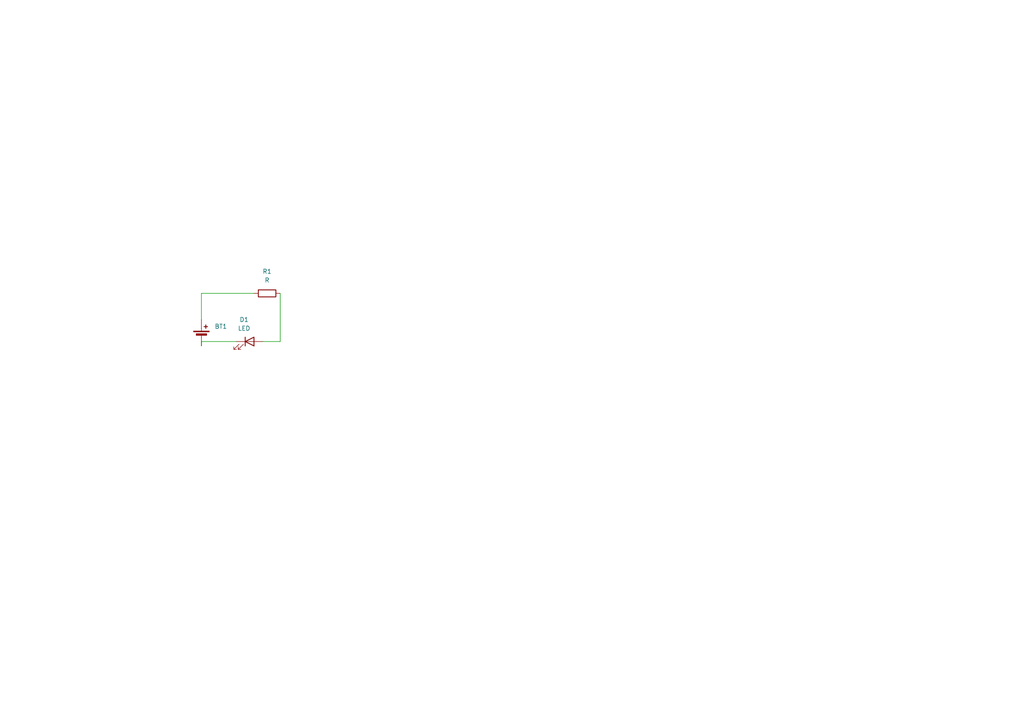
<source format=kicad_sch>
(kicad_sch (version 20231120) (generator "eeschema") (generator_version "8.0")
  (paper "A4")
  (lib_symbols
    (symbol "Device:Battery_Cell" (pin_numbers hide) (pin_names (offset 0) hide)
      (property "Reference" "BT" (at 2.54 2.54 0))
      (property "Value" "Battery_Cell" (at 2.54 0 0))
      (symbol "Battery_Cell_0_1"
        (rectangle (start -2.286 1.778) (end 2.286 1.524) (fill (type outline)))
        (rectangle (start -1.524 1.016) (end 1.524 0.508) (fill (type outline)))
        (polyline (pts (xy 0 0.762) (xy 0 0)))
        (polyline (pts (xy 0 1.778) (xy 0 2.54)))
        (polyline (pts (xy 0.762 3.048) (xy 1.778 3.048)) (stroke (width 0.254)))
        (polyline (pts (xy 1.27 3.556) (xy 1.27 2.54)) (stroke (width 0.254)))
      )
      (symbol "Battery_Cell_1_1"
        (pin passive line (at 0 5.08 270) (length 2.54) (name "+") (number "1"))
        (pin passive line (at 0 -2.54 90) (length 2.54) (name "-") (number "2"))
      )
    )
    (symbol "Device:LED" (pin_numbers hide) (pin_names (offset 1.016) hide)
      (property "Reference" "D" (at 0 2.54 0))
      (property "Value" "LED" (at 0 -2.54 0))
      (symbol "LED_0_1"
        (polyline (pts (xy -1.27 -1.27) (xy -1.27 1.27)) (stroke (width 0.254)))
        (polyline (pts (xy -1.27 0) (xy 1.27 0)))
        (polyline (pts (xy 1.27 -1.27) (xy 1.27 1.27) (xy -1.27 0) (xy 1.27 -1.27)) (stroke (width 0.254)))
        (polyline (pts (xy -3.048 -0.762) (xy -4.572 -2.286) (xy -3.81 -2.286) (xy -4.572 -2.286) (xy -4.572 -1.524)))
        (polyline (pts (xy -1.778 -0.762) (xy -3.302 -2.286) (xy -2.54 -2.286) (xy -3.302 -2.286) (xy -3.302 -1.524)))
      )
      (symbol "LED_1_1"
        (pin passive line (at -3.81 0 0) (length 2.54) (name "K") (number "1"))
        (pin passive line (at 3.81 0 180) (length 2.54) (name "A") (number "2"))
      )
    )
    (symbol "Device:R" (pin_numbers hide) (pin_names (offset 0))
      (property "Reference" "R" (at 2.032 0 90))
      (property "Value" "R" (at 0 0 90))
      (symbol "R_0_1"
        (rectangle (start -1.016 -2.54) (end 1.016 2.54) (stroke (width 0.254)))
      )
      (symbol "R_1_1"
        (pin passive line (at 0 3.81 270) (length 1.27) (name "~") (number "1"))
        (pin passive line (at 0 -3.81 90) (length 1.27) (name "~") (number "2"))
      )
    )
  )
  (wire (pts (xy 58.42 85.09) (xy 58.42 92.71)))
  (wire (pts (xy 81.28 85.09) (xy 81.28 99.06)))
  (wire (pts (xy 58.42 85.09) (xy 73.66 85.09)))
  (wire (pts (xy 58.42 99.06) (xy 58.42 100.33)))
  (wire (pts (xy 58.42 99.06) (xy 68.58 99.06)))
  (wire (pts (xy 81.28 99.06) (xy 76.2 99.06)))
  (symbol (lib_id "Device:Battery_Cell") (at 58.42 97.79 0) (unit 1)
    (property "Reference" "BT1" (at 62.23 94.6784 0) (effects (justify left)))
    (property "Value" "Battery_Cell" (effects (hide yes)))
    (property "Footprint" "Battery:BatteryHolder_Seiko_MS621F" (effects (hide yes)))
    (property "Description" "Single-cell battery" (effects (hide yes)))
  )
  (symbol (lib_id "Device:LED") (at 72.39 99.06 0) (unit 1)
    (property "Reference" "D1" (at 70.8025 92.71 0))
    (property "Value" "LED" (at 70.8025 95.25 0))
    (property "Footprint" "LED_SMD:LED_0805_2012Metric_Pad1.15x1.40mm_HandSolder" (effects (hide yes)))
    (property "Description" "Light emitting diode" (effects (hide yes)))
  )
  (symbol (lib_id "Device:R") (at 77.47 85.09 90) (unit 1)
    (property "Reference" "R1" (at 77.47 78.74 90))
    (property "Value" "R" (at 77.47 81.28 90))
    (property "Footprint" "Resistor_SMD:R_0805_2012Metric_Pad1.20x1.40mm_HandSolder" (effects (hide yes)))
    (property "Description" "Resistor" (effects (hide yes)))
  )
)
</source>
